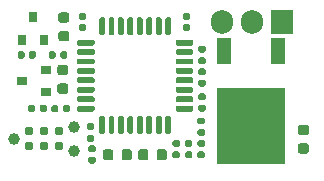
<source format=gts>
G04 #@! TF.GenerationSoftware,KiCad,Pcbnew,(6.0.8)*
G04 #@! TF.CreationDate,2022-11-09T14:30:19+03:00*
G04 #@! TF.ProjectId,hellen1-wbo,68656c6c-656e-4312-9d77-626f2e6b6963,0.3*
G04 #@! TF.SameCoordinates,PX4a19ba0PY5aa5910*
G04 #@! TF.FileFunction,Soldermask,Top*
G04 #@! TF.FilePolarity,Negative*
%FSLAX46Y46*%
G04 Gerber Fmt 4.6, Leading zero omitted, Abs format (unit mm)*
G04 Created by KiCad (PCBNEW (6.0.8)) date 2022-11-09 14:30:19*
%MOMM*%
%LPD*%
G01*
G04 APERTURE LIST*
%ADD10R,0.900000X0.800000*%
%ADD11R,1.200000X2.200000*%
%ADD12C,1.300000*%
%ADD13R,5.800000X6.400000*%
%ADD14R,0.800000X0.900000*%
%ADD15C,0.990600*%
%ADD16C,0.787400*%
%ADD17R,1.905000X2.000000*%
%ADD18O,1.905000X2.000000*%
G04 APERTURE END LIST*
G04 #@! TO.C,C612*
G36*
G01*
X17172500Y9070000D02*
X16827500Y9070000D01*
G75*
G02*
X16680000Y9217500I0J147500D01*
G01*
X16680000Y9512500D01*
G75*
G02*
X16827500Y9660000I147500J0D01*
G01*
X17172500Y9660000D01*
G75*
G02*
X17320000Y9512500I0J-147500D01*
G01*
X17320000Y9217500D01*
G75*
G02*
X17172500Y9070000I-147500J0D01*
G01*
G37*
G36*
G01*
X17172500Y10040000D02*
X16827500Y10040000D01*
G75*
G02*
X16680000Y10187500I0J147500D01*
G01*
X16680000Y10482500D01*
G75*
G02*
X16827500Y10630000I147500J0D01*
G01*
X17172500Y10630000D01*
G75*
G02*
X17320000Y10482500I0J-147500D01*
G01*
X17320000Y10187500D01*
G75*
G02*
X17172500Y10040000I-147500J0D01*
G01*
G37*
G04 #@! TD*
G04 #@! TO.C,C613*
G36*
G01*
X2295000Y5152500D02*
X2295000Y5497500D01*
G75*
G02*
X2442500Y5645000I147500J0D01*
G01*
X2737500Y5645000D01*
G75*
G02*
X2885000Y5497500I0J-147500D01*
G01*
X2885000Y5152500D01*
G75*
G02*
X2737500Y5005000I-147500J0D01*
G01*
X2442500Y5005000D01*
G75*
G02*
X2295000Y5152500I0J147500D01*
G01*
G37*
G36*
G01*
X3265000Y5152500D02*
X3265000Y5497500D01*
G75*
G02*
X3412500Y5645000I147500J0D01*
G01*
X3707500Y5645000D01*
G75*
G02*
X3855000Y5497500I0J-147500D01*
G01*
X3855000Y5152500D01*
G75*
G02*
X3707500Y5005000I-147500J0D01*
G01*
X3412500Y5005000D01*
G75*
G02*
X3265000Y5152500I0J147500D01*
G01*
G37*
G04 #@! TD*
G04 #@! TO.C,C616*
G36*
G01*
X4968750Y9012500D02*
X5481250Y9012500D01*
G75*
G02*
X5700000Y8793750I0J-218750D01*
G01*
X5700000Y8356250D01*
G75*
G02*
X5481250Y8137500I-218750J0D01*
G01*
X4968750Y8137500D01*
G75*
G02*
X4750000Y8356250I0J218750D01*
G01*
X4750000Y8793750D01*
G75*
G02*
X4968750Y9012500I218750J0D01*
G01*
G37*
G36*
G01*
X4968750Y7437500D02*
X5481250Y7437500D01*
G75*
G02*
X5700000Y7218750I0J-218750D01*
G01*
X5700000Y6781250D01*
G75*
G02*
X5481250Y6562500I-218750J0D01*
G01*
X4968750Y6562500D01*
G75*
G02*
X4750000Y6781250I0J218750D01*
G01*
X4750000Y7218750D01*
G75*
G02*
X4968750Y7437500I218750J0D01*
G01*
G37*
G04 #@! TD*
G04 #@! TO.C,R601*
G36*
G01*
X16777500Y2655000D02*
X17122500Y2655000D01*
G75*
G02*
X17270000Y2507500I0J-147500D01*
G01*
X17270000Y2212500D01*
G75*
G02*
X17122500Y2065000I-147500J0D01*
G01*
X16777500Y2065000D01*
G75*
G02*
X16630000Y2212500I0J147500D01*
G01*
X16630000Y2507500D01*
G75*
G02*
X16777500Y2655000I147500J0D01*
G01*
G37*
G36*
G01*
X16777500Y1685000D02*
X17122500Y1685000D01*
G75*
G02*
X17270000Y1537500I0J-147500D01*
G01*
X17270000Y1242500D01*
G75*
G02*
X17122500Y1095000I-147500J0D01*
G01*
X16777500Y1095000D01*
G75*
G02*
X16630000Y1242500I0J147500D01*
G01*
X16630000Y1537500D01*
G75*
G02*
X16777500Y1685000I147500J0D01*
G01*
G37*
G04 #@! TD*
D10*
G04 #@! TO.C,U604*
X3775000Y6675000D03*
X3775000Y8575000D03*
X1775000Y7625000D03*
G04 #@! TD*
G04 #@! TO.C,C600*
G36*
G01*
X15715000Y2655000D02*
X16060000Y2655000D01*
G75*
G02*
X16207500Y2507500I0J-147500D01*
G01*
X16207500Y2212500D01*
G75*
G02*
X16060000Y2065000I-147500J0D01*
G01*
X15715000Y2065000D01*
G75*
G02*
X15567500Y2212500I0J147500D01*
G01*
X15567500Y2507500D01*
G75*
G02*
X15715000Y2655000I147500J0D01*
G01*
G37*
G36*
G01*
X15715000Y1685000D02*
X16060000Y1685000D01*
G75*
G02*
X16207500Y1537500I0J-147500D01*
G01*
X16207500Y1242500D01*
G75*
G02*
X16060000Y1095000I-147500J0D01*
G01*
X15715000Y1095000D01*
G75*
G02*
X15567500Y1242500I0J147500D01*
G01*
X15567500Y1537500D01*
G75*
G02*
X15715000Y1685000I147500J0D01*
G01*
G37*
G04 #@! TD*
G04 #@! TO.C,C611*
G36*
G01*
X16827500Y8730000D02*
X17172500Y8730000D01*
G75*
G02*
X17320000Y8582500I0J-147500D01*
G01*
X17320000Y8287500D01*
G75*
G02*
X17172500Y8140000I-147500J0D01*
G01*
X16827500Y8140000D01*
G75*
G02*
X16680000Y8287500I0J147500D01*
G01*
X16680000Y8582500D01*
G75*
G02*
X16827500Y8730000I147500J0D01*
G01*
G37*
G36*
G01*
X16827500Y7760000D02*
X17172500Y7760000D01*
G75*
G02*
X17320000Y7612500I0J-147500D01*
G01*
X17320000Y7317500D01*
G75*
G02*
X17172500Y7170000I-147500J0D01*
G01*
X16827500Y7170000D01*
G75*
G02*
X16680000Y7317500I0J147500D01*
G01*
X16680000Y7612500D01*
G75*
G02*
X16827500Y7760000I147500J0D01*
G01*
G37*
G04 #@! TD*
G04 #@! TO.C,R617*
G36*
G01*
X15872500Y11845000D02*
X15527500Y11845000D01*
G75*
G02*
X15380000Y11992500I0J147500D01*
G01*
X15380000Y12287500D01*
G75*
G02*
X15527500Y12435000I147500J0D01*
G01*
X15872500Y12435000D01*
G75*
G02*
X16020000Y12287500I0J-147500D01*
G01*
X16020000Y11992500D01*
G75*
G02*
X15872500Y11845000I-147500J0D01*
G01*
G37*
G36*
G01*
X15872500Y12815000D02*
X15527500Y12815000D01*
G75*
G02*
X15380000Y12962500I0J147500D01*
G01*
X15380000Y13257500D01*
G75*
G02*
X15527500Y13405000I147500J0D01*
G01*
X15872500Y13405000D01*
G75*
G02*
X16020000Y13257500I0J-147500D01*
G01*
X16020000Y12962500D01*
G75*
G02*
X15872500Y12815000I-147500J0D01*
G01*
G37*
G04 #@! TD*
G04 #@! TO.C,C614*
G36*
G01*
X17172500Y5045000D02*
X16827500Y5045000D01*
G75*
G02*
X16680000Y5192500I0J147500D01*
G01*
X16680000Y5487500D01*
G75*
G02*
X16827500Y5635000I147500J0D01*
G01*
X17172500Y5635000D01*
G75*
G02*
X17320000Y5487500I0J-147500D01*
G01*
X17320000Y5192500D01*
G75*
G02*
X17172500Y5045000I-147500J0D01*
G01*
G37*
G36*
G01*
X17172500Y6015000D02*
X16827500Y6015000D01*
G75*
G02*
X16680000Y6162500I0J147500D01*
G01*
X16680000Y6457500D01*
G75*
G02*
X16827500Y6605000I147500J0D01*
G01*
X17172500Y6605000D01*
G75*
G02*
X17320000Y6457500I0J-147500D01*
G01*
X17320000Y6162500D01*
G75*
G02*
X17172500Y6015000I-147500J0D01*
G01*
G37*
G04 #@! TD*
G04 #@! TO.C,C615*
G36*
G01*
X7072500Y11845000D02*
X6727500Y11845000D01*
G75*
G02*
X6580000Y11992500I0J147500D01*
G01*
X6580000Y12287500D01*
G75*
G02*
X6727500Y12435000I147500J0D01*
G01*
X7072500Y12435000D01*
G75*
G02*
X7220000Y12287500I0J-147500D01*
G01*
X7220000Y11992500D01*
G75*
G02*
X7072500Y11845000I-147500J0D01*
G01*
G37*
G36*
G01*
X7072500Y12815000D02*
X6727500Y12815000D01*
G75*
G02*
X6580000Y12962500I0J147500D01*
G01*
X6580000Y13257500D01*
G75*
G02*
X6727500Y13405000I147500J0D01*
G01*
X7072500Y13405000D01*
G75*
G02*
X7220000Y13257500I0J-147500D01*
G01*
X7220000Y12962500D01*
G75*
G02*
X7072500Y12815000I-147500J0D01*
G01*
G37*
G04 #@! TD*
D11*
G04 #@! TO.C,Q600*
X23440000Y10150000D03*
D12*
X23160000Y2950000D03*
X21160000Y5950000D03*
X19160000Y2950000D03*
D13*
X21160000Y3850000D03*
D11*
X18880000Y10150000D03*
G04 #@! TD*
G04 #@! TO.C,R625*
G36*
G01*
X4270000Y5127500D02*
X4270000Y5472500D01*
G75*
G02*
X4417500Y5620000I147500J0D01*
G01*
X4712500Y5620000D01*
G75*
G02*
X4860000Y5472500I0J-147500D01*
G01*
X4860000Y5127500D01*
G75*
G02*
X4712500Y4980000I-147500J0D01*
G01*
X4417500Y4980000D01*
G75*
G02*
X4270000Y5127500I0J147500D01*
G01*
G37*
G36*
G01*
X5240000Y5127500D02*
X5240000Y5472500D01*
G75*
G02*
X5387500Y5620000I147500J0D01*
G01*
X5682500Y5620000D01*
G75*
G02*
X5830000Y5472500I0J-147500D01*
G01*
X5830000Y5127500D01*
G75*
G02*
X5682500Y4980000I-147500J0D01*
G01*
X5387500Y4980000D01*
G75*
G02*
X5240000Y5127500I0J147500D01*
G01*
G37*
G04 #@! TD*
G04 #@! TO.C,D601*
G36*
G01*
X14050000Y1656250D02*
X14050000Y1143750D01*
G75*
G02*
X13831250Y925000I-218750J0D01*
G01*
X13393750Y925000D01*
G75*
G02*
X13175000Y1143750I0J218750D01*
G01*
X13175000Y1656250D01*
G75*
G02*
X13393750Y1875000I218750J0D01*
G01*
X13831250Y1875000D01*
G75*
G02*
X14050000Y1656250I0J-218750D01*
G01*
G37*
G36*
G01*
X12475000Y1656250D02*
X12475000Y1143750D01*
G75*
G02*
X12256250Y925000I-218750J0D01*
G01*
X11818750Y925000D01*
G75*
G02*
X11600000Y1143750I0J218750D01*
G01*
X11600000Y1656250D01*
G75*
G02*
X11818750Y1875000I218750J0D01*
G01*
X12256250Y1875000D01*
G75*
G02*
X12475000Y1656250I0J-218750D01*
G01*
G37*
G04 #@! TD*
G04 #@! TO.C,R626*
G36*
G01*
X14652500Y2655000D02*
X14997500Y2655000D01*
G75*
G02*
X15145000Y2507500I0J-147500D01*
G01*
X15145000Y2212500D01*
G75*
G02*
X14997500Y2065000I-147500J0D01*
G01*
X14652500Y2065000D01*
G75*
G02*
X14505000Y2212500I0J147500D01*
G01*
X14505000Y2507500D01*
G75*
G02*
X14652500Y2655000I147500J0D01*
G01*
G37*
G36*
G01*
X14652500Y1685000D02*
X14997500Y1685000D01*
G75*
G02*
X15145000Y1537500I0J-147500D01*
G01*
X15145000Y1242500D01*
G75*
G02*
X14997500Y1095000I-147500J0D01*
G01*
X14652500Y1095000D01*
G75*
G02*
X14505000Y1242500I0J147500D01*
G01*
X14505000Y1537500D01*
G75*
G02*
X14652500Y1685000I147500J0D01*
G01*
G37*
G04 #@! TD*
G04 #@! TO.C,D600*
G36*
G01*
X25856250Y1500000D02*
X25343750Y1500000D01*
G75*
G02*
X25125000Y1718750I0J218750D01*
G01*
X25125000Y2156250D01*
G75*
G02*
X25343750Y2375000I218750J0D01*
G01*
X25856250Y2375000D01*
G75*
G02*
X26075000Y2156250I0J-218750D01*
G01*
X26075000Y1718750D01*
G75*
G02*
X25856250Y1500000I-218750J0D01*
G01*
G37*
G36*
G01*
X25856250Y3075000D02*
X25343750Y3075000D01*
G75*
G02*
X25125000Y3293750I0J218750D01*
G01*
X25125000Y3731250D01*
G75*
G02*
X25343750Y3950000I218750J0D01*
G01*
X25856250Y3950000D01*
G75*
G02*
X26075000Y3731250I0J-218750D01*
G01*
X26075000Y3293750D01*
G75*
G02*
X25856250Y3075000I-218750J0D01*
G01*
G37*
G04 #@! TD*
G04 #@! TO.C,D602*
G36*
G01*
X8625000Y1143750D02*
X8625000Y1656250D01*
G75*
G02*
X8843750Y1875000I218750J0D01*
G01*
X9281250Y1875000D01*
G75*
G02*
X9500000Y1656250I0J-218750D01*
G01*
X9500000Y1143750D01*
G75*
G02*
X9281250Y925000I-218750J0D01*
G01*
X8843750Y925000D01*
G75*
G02*
X8625000Y1143750I0J218750D01*
G01*
G37*
G36*
G01*
X10200000Y1143750D02*
X10200000Y1656250D01*
G75*
G02*
X10418750Y1875000I218750J0D01*
G01*
X10856250Y1875000D01*
G75*
G02*
X11075000Y1656250I0J-218750D01*
G01*
X11075000Y1143750D01*
G75*
G02*
X10856250Y925000I-218750J0D01*
G01*
X10418750Y925000D01*
G75*
G02*
X10200000Y1143750I0J218750D01*
G01*
G37*
G04 #@! TD*
G04 #@! TO.C,R627*
G36*
G01*
X7527500Y2205000D02*
X7872500Y2205000D01*
G75*
G02*
X8020000Y2057500I0J-147500D01*
G01*
X8020000Y1762500D01*
G75*
G02*
X7872500Y1615000I-147500J0D01*
G01*
X7527500Y1615000D01*
G75*
G02*
X7380000Y1762500I0J147500D01*
G01*
X7380000Y2057500D01*
G75*
G02*
X7527500Y2205000I147500J0D01*
G01*
G37*
G36*
G01*
X7527500Y1235000D02*
X7872500Y1235000D01*
G75*
G02*
X8020000Y1087500I0J-147500D01*
G01*
X8020000Y792500D01*
G75*
G02*
X7872500Y645000I-147500J0D01*
G01*
X7527500Y645000D01*
G75*
G02*
X7380000Y792500I0J147500D01*
G01*
X7380000Y1087500D01*
G75*
G02*
X7527500Y1235000I147500J0D01*
G01*
G37*
G04 #@! TD*
G04 #@! TO.C,U602*
G36*
G01*
X16275000Y5425000D02*
X16275000Y5175000D01*
G75*
G02*
X16150000Y5050000I-125000J0D01*
G01*
X14900000Y5050000D01*
G75*
G02*
X14775000Y5175000I0J125000D01*
G01*
X14775000Y5425000D01*
G75*
G02*
X14900000Y5550000I125000J0D01*
G01*
X16150000Y5550000D01*
G75*
G02*
X16275000Y5425000I0J-125000D01*
G01*
G37*
G36*
G01*
X16275000Y6225000D02*
X16275000Y5975000D01*
G75*
G02*
X16150000Y5850000I-125000J0D01*
G01*
X14900000Y5850000D01*
G75*
G02*
X14775000Y5975000I0J125000D01*
G01*
X14775000Y6225000D01*
G75*
G02*
X14900000Y6350000I125000J0D01*
G01*
X16150000Y6350000D01*
G75*
G02*
X16275000Y6225000I0J-125000D01*
G01*
G37*
G36*
G01*
X16275000Y7025000D02*
X16275000Y6775000D01*
G75*
G02*
X16150000Y6650000I-125000J0D01*
G01*
X14900000Y6650000D01*
G75*
G02*
X14775000Y6775000I0J125000D01*
G01*
X14775000Y7025000D01*
G75*
G02*
X14900000Y7150000I125000J0D01*
G01*
X16150000Y7150000D01*
G75*
G02*
X16275000Y7025000I0J-125000D01*
G01*
G37*
G36*
G01*
X16275000Y7825000D02*
X16275000Y7575000D01*
G75*
G02*
X16150000Y7450000I-125000J0D01*
G01*
X14900000Y7450000D01*
G75*
G02*
X14775000Y7575000I0J125000D01*
G01*
X14775000Y7825000D01*
G75*
G02*
X14900000Y7950000I125000J0D01*
G01*
X16150000Y7950000D01*
G75*
G02*
X16275000Y7825000I0J-125000D01*
G01*
G37*
G36*
G01*
X16275000Y8625000D02*
X16275000Y8375000D01*
G75*
G02*
X16150000Y8250000I-125000J0D01*
G01*
X14900000Y8250000D01*
G75*
G02*
X14775000Y8375000I0J125000D01*
G01*
X14775000Y8625000D01*
G75*
G02*
X14900000Y8750000I125000J0D01*
G01*
X16150000Y8750000D01*
G75*
G02*
X16275000Y8625000I0J-125000D01*
G01*
G37*
G36*
G01*
X16275000Y9425000D02*
X16275000Y9175000D01*
G75*
G02*
X16150000Y9050000I-125000J0D01*
G01*
X14900000Y9050000D01*
G75*
G02*
X14775000Y9175000I0J125000D01*
G01*
X14775000Y9425000D01*
G75*
G02*
X14900000Y9550000I125000J0D01*
G01*
X16150000Y9550000D01*
G75*
G02*
X16275000Y9425000I0J-125000D01*
G01*
G37*
G36*
G01*
X16275000Y10225000D02*
X16275000Y9975000D01*
G75*
G02*
X16150000Y9850000I-125000J0D01*
G01*
X14900000Y9850000D01*
G75*
G02*
X14775000Y9975000I0J125000D01*
G01*
X14775000Y10225000D01*
G75*
G02*
X14900000Y10350000I125000J0D01*
G01*
X16150000Y10350000D01*
G75*
G02*
X16275000Y10225000I0J-125000D01*
G01*
G37*
G36*
G01*
X16275000Y11025000D02*
X16275000Y10775000D01*
G75*
G02*
X16150000Y10650000I-125000J0D01*
G01*
X14900000Y10650000D01*
G75*
G02*
X14775000Y10775000I0J125000D01*
G01*
X14775000Y11025000D01*
G75*
G02*
X14900000Y11150000I125000J0D01*
G01*
X16150000Y11150000D01*
G75*
G02*
X16275000Y11025000I0J-125000D01*
G01*
G37*
G36*
G01*
X14400000Y12900000D02*
X14400000Y11650000D01*
G75*
G02*
X14275000Y11525000I-125000J0D01*
G01*
X14025000Y11525000D01*
G75*
G02*
X13900000Y11650000I0J125000D01*
G01*
X13900000Y12900000D01*
G75*
G02*
X14025000Y13025000I125000J0D01*
G01*
X14275000Y13025000D01*
G75*
G02*
X14400000Y12900000I0J-125000D01*
G01*
G37*
G36*
G01*
X13600000Y12900000D02*
X13600000Y11650000D01*
G75*
G02*
X13475000Y11525000I-125000J0D01*
G01*
X13225000Y11525000D01*
G75*
G02*
X13100000Y11650000I0J125000D01*
G01*
X13100000Y12900000D01*
G75*
G02*
X13225000Y13025000I125000J0D01*
G01*
X13475000Y13025000D01*
G75*
G02*
X13600000Y12900000I0J-125000D01*
G01*
G37*
G36*
G01*
X12800000Y12900000D02*
X12800000Y11650000D01*
G75*
G02*
X12675000Y11525000I-125000J0D01*
G01*
X12425000Y11525000D01*
G75*
G02*
X12300000Y11650000I0J125000D01*
G01*
X12300000Y12900000D01*
G75*
G02*
X12425000Y13025000I125000J0D01*
G01*
X12675000Y13025000D01*
G75*
G02*
X12800000Y12900000I0J-125000D01*
G01*
G37*
G36*
G01*
X12000000Y12900000D02*
X12000000Y11650000D01*
G75*
G02*
X11875000Y11525000I-125000J0D01*
G01*
X11625000Y11525000D01*
G75*
G02*
X11500000Y11650000I0J125000D01*
G01*
X11500000Y12900000D01*
G75*
G02*
X11625000Y13025000I125000J0D01*
G01*
X11875000Y13025000D01*
G75*
G02*
X12000000Y12900000I0J-125000D01*
G01*
G37*
G36*
G01*
X11200000Y12900000D02*
X11200000Y11650000D01*
G75*
G02*
X11075000Y11525000I-125000J0D01*
G01*
X10825000Y11525000D01*
G75*
G02*
X10700000Y11650000I0J125000D01*
G01*
X10700000Y12900000D01*
G75*
G02*
X10825000Y13025000I125000J0D01*
G01*
X11075000Y13025000D01*
G75*
G02*
X11200000Y12900000I0J-125000D01*
G01*
G37*
G36*
G01*
X10400000Y12900000D02*
X10400000Y11650000D01*
G75*
G02*
X10275000Y11525000I-125000J0D01*
G01*
X10025000Y11525000D01*
G75*
G02*
X9900000Y11650000I0J125000D01*
G01*
X9900000Y12900000D01*
G75*
G02*
X10025000Y13025000I125000J0D01*
G01*
X10275000Y13025000D01*
G75*
G02*
X10400000Y12900000I0J-125000D01*
G01*
G37*
G36*
G01*
X9600000Y12900000D02*
X9600000Y11650000D01*
G75*
G02*
X9475000Y11525000I-125000J0D01*
G01*
X9225000Y11525000D01*
G75*
G02*
X9100000Y11650000I0J125000D01*
G01*
X9100000Y12900000D01*
G75*
G02*
X9225000Y13025000I125000J0D01*
G01*
X9475000Y13025000D01*
G75*
G02*
X9600000Y12900000I0J-125000D01*
G01*
G37*
G36*
G01*
X8800000Y12900000D02*
X8800000Y11650000D01*
G75*
G02*
X8675000Y11525000I-125000J0D01*
G01*
X8425000Y11525000D01*
G75*
G02*
X8300000Y11650000I0J125000D01*
G01*
X8300000Y12900000D01*
G75*
G02*
X8425000Y13025000I125000J0D01*
G01*
X8675000Y13025000D01*
G75*
G02*
X8800000Y12900000I0J-125000D01*
G01*
G37*
G36*
G01*
X7925000Y11025000D02*
X7925000Y10775000D01*
G75*
G02*
X7800000Y10650000I-125000J0D01*
G01*
X6550000Y10650000D01*
G75*
G02*
X6425000Y10775000I0J125000D01*
G01*
X6425000Y11025000D01*
G75*
G02*
X6550000Y11150000I125000J0D01*
G01*
X7800000Y11150000D01*
G75*
G02*
X7925000Y11025000I0J-125000D01*
G01*
G37*
G36*
G01*
X7925000Y10225000D02*
X7925000Y9975000D01*
G75*
G02*
X7800000Y9850000I-125000J0D01*
G01*
X6550000Y9850000D01*
G75*
G02*
X6425000Y9975000I0J125000D01*
G01*
X6425000Y10225000D01*
G75*
G02*
X6550000Y10350000I125000J0D01*
G01*
X7800000Y10350000D01*
G75*
G02*
X7925000Y10225000I0J-125000D01*
G01*
G37*
G36*
G01*
X7925000Y9425000D02*
X7925000Y9175000D01*
G75*
G02*
X7800000Y9050000I-125000J0D01*
G01*
X6550000Y9050000D01*
G75*
G02*
X6425000Y9175000I0J125000D01*
G01*
X6425000Y9425000D01*
G75*
G02*
X6550000Y9550000I125000J0D01*
G01*
X7800000Y9550000D01*
G75*
G02*
X7925000Y9425000I0J-125000D01*
G01*
G37*
G36*
G01*
X7925000Y8625000D02*
X7925000Y8375000D01*
G75*
G02*
X7800000Y8250000I-125000J0D01*
G01*
X6550000Y8250000D01*
G75*
G02*
X6425000Y8375000I0J125000D01*
G01*
X6425000Y8625000D01*
G75*
G02*
X6550000Y8750000I125000J0D01*
G01*
X7800000Y8750000D01*
G75*
G02*
X7925000Y8625000I0J-125000D01*
G01*
G37*
G36*
G01*
X7925000Y7825000D02*
X7925000Y7575000D01*
G75*
G02*
X7800000Y7450000I-125000J0D01*
G01*
X6550000Y7450000D01*
G75*
G02*
X6425000Y7575000I0J125000D01*
G01*
X6425000Y7825000D01*
G75*
G02*
X6550000Y7950000I125000J0D01*
G01*
X7800000Y7950000D01*
G75*
G02*
X7925000Y7825000I0J-125000D01*
G01*
G37*
G36*
G01*
X7925000Y7025000D02*
X7925000Y6775000D01*
G75*
G02*
X7800000Y6650000I-125000J0D01*
G01*
X6550000Y6650000D01*
G75*
G02*
X6425000Y6775000I0J125000D01*
G01*
X6425000Y7025000D01*
G75*
G02*
X6550000Y7150000I125000J0D01*
G01*
X7800000Y7150000D01*
G75*
G02*
X7925000Y7025000I0J-125000D01*
G01*
G37*
G36*
G01*
X7925000Y6225000D02*
X7925000Y5975000D01*
G75*
G02*
X7800000Y5850000I-125000J0D01*
G01*
X6550000Y5850000D01*
G75*
G02*
X6425000Y5975000I0J125000D01*
G01*
X6425000Y6225000D01*
G75*
G02*
X6550000Y6350000I125000J0D01*
G01*
X7800000Y6350000D01*
G75*
G02*
X7925000Y6225000I0J-125000D01*
G01*
G37*
G36*
G01*
X7925000Y5425000D02*
X7925000Y5175000D01*
G75*
G02*
X7800000Y5050000I-125000J0D01*
G01*
X6550000Y5050000D01*
G75*
G02*
X6425000Y5175000I0J125000D01*
G01*
X6425000Y5425000D01*
G75*
G02*
X6550000Y5550000I125000J0D01*
G01*
X7800000Y5550000D01*
G75*
G02*
X7925000Y5425000I0J-125000D01*
G01*
G37*
G36*
G01*
X8800000Y4550000D02*
X8800000Y3300000D01*
G75*
G02*
X8675000Y3175000I-125000J0D01*
G01*
X8425000Y3175000D01*
G75*
G02*
X8300000Y3300000I0J125000D01*
G01*
X8300000Y4550000D01*
G75*
G02*
X8425000Y4675000I125000J0D01*
G01*
X8675000Y4675000D01*
G75*
G02*
X8800000Y4550000I0J-125000D01*
G01*
G37*
G36*
G01*
X9600000Y4550000D02*
X9600000Y3300000D01*
G75*
G02*
X9475000Y3175000I-125000J0D01*
G01*
X9225000Y3175000D01*
G75*
G02*
X9100000Y3300000I0J125000D01*
G01*
X9100000Y4550000D01*
G75*
G02*
X9225000Y4675000I125000J0D01*
G01*
X9475000Y4675000D01*
G75*
G02*
X9600000Y4550000I0J-125000D01*
G01*
G37*
G36*
G01*
X10400000Y4550000D02*
X10400000Y3300000D01*
G75*
G02*
X10275000Y3175000I-125000J0D01*
G01*
X10025000Y3175000D01*
G75*
G02*
X9900000Y3300000I0J125000D01*
G01*
X9900000Y4550000D01*
G75*
G02*
X10025000Y4675000I125000J0D01*
G01*
X10275000Y4675000D01*
G75*
G02*
X10400000Y4550000I0J-125000D01*
G01*
G37*
G36*
G01*
X11200000Y4550000D02*
X11200000Y3300000D01*
G75*
G02*
X11075000Y3175000I-125000J0D01*
G01*
X10825000Y3175000D01*
G75*
G02*
X10700000Y3300000I0J125000D01*
G01*
X10700000Y4550000D01*
G75*
G02*
X10825000Y4675000I125000J0D01*
G01*
X11075000Y4675000D01*
G75*
G02*
X11200000Y4550000I0J-125000D01*
G01*
G37*
G36*
G01*
X12000000Y4550000D02*
X12000000Y3300000D01*
G75*
G02*
X11875000Y3175000I-125000J0D01*
G01*
X11625000Y3175000D01*
G75*
G02*
X11500000Y3300000I0J125000D01*
G01*
X11500000Y4550000D01*
G75*
G02*
X11625000Y4675000I125000J0D01*
G01*
X11875000Y4675000D01*
G75*
G02*
X12000000Y4550000I0J-125000D01*
G01*
G37*
G36*
G01*
X12800000Y4550000D02*
X12800000Y3300000D01*
G75*
G02*
X12675000Y3175000I-125000J0D01*
G01*
X12425000Y3175000D01*
G75*
G02*
X12300000Y3300000I0J125000D01*
G01*
X12300000Y4550000D01*
G75*
G02*
X12425000Y4675000I125000J0D01*
G01*
X12675000Y4675000D01*
G75*
G02*
X12800000Y4550000I0J-125000D01*
G01*
G37*
G36*
G01*
X13600000Y4550000D02*
X13600000Y3300000D01*
G75*
G02*
X13475000Y3175000I-125000J0D01*
G01*
X13225000Y3175000D01*
G75*
G02*
X13100000Y3300000I0J125000D01*
G01*
X13100000Y4550000D01*
G75*
G02*
X13225000Y4675000I125000J0D01*
G01*
X13475000Y4675000D01*
G75*
G02*
X13600000Y4550000I0J-125000D01*
G01*
G37*
G36*
G01*
X14400000Y4550000D02*
X14400000Y3300000D01*
G75*
G02*
X14275000Y3175000I-125000J0D01*
G01*
X14025000Y3175000D01*
G75*
G02*
X13900000Y3300000I0J125000D01*
G01*
X13900000Y4550000D01*
G75*
G02*
X14025000Y4675000I125000J0D01*
G01*
X14275000Y4675000D01*
G75*
G02*
X14400000Y4550000I0J-125000D01*
G01*
G37*
G04 #@! TD*
G04 #@! TO.C,R628*
G36*
G01*
X5605000Y10022500D02*
X5605000Y9677500D01*
G75*
G02*
X5457500Y9530000I-147500J0D01*
G01*
X5162500Y9530000D01*
G75*
G02*
X5015000Y9677500I0J147500D01*
G01*
X5015000Y10022500D01*
G75*
G02*
X5162500Y10170000I147500J0D01*
G01*
X5457500Y10170000D01*
G75*
G02*
X5605000Y10022500I0J-147500D01*
G01*
G37*
G36*
G01*
X4635000Y10022500D02*
X4635000Y9677500D01*
G75*
G02*
X4487500Y9530000I-147500J0D01*
G01*
X4192500Y9530000D01*
G75*
G02*
X4045000Y9677500I0J147500D01*
G01*
X4045000Y10022500D01*
G75*
G02*
X4192500Y10170000I147500J0D01*
G01*
X4487500Y10170000D01*
G75*
G02*
X4635000Y10022500I0J-147500D01*
G01*
G37*
G04 #@! TD*
G04 #@! TO.C,C609*
G36*
G01*
X7402500Y4080000D02*
X7747500Y4080000D01*
G75*
G02*
X7895000Y3932500I0J-147500D01*
G01*
X7895000Y3637500D01*
G75*
G02*
X7747500Y3490000I-147500J0D01*
G01*
X7402500Y3490000D01*
G75*
G02*
X7255000Y3637500I0J147500D01*
G01*
X7255000Y3932500D01*
G75*
G02*
X7402500Y4080000I147500J0D01*
G01*
G37*
G36*
G01*
X7402500Y3110000D02*
X7747500Y3110000D01*
G75*
G02*
X7895000Y2962500I0J-147500D01*
G01*
X7895000Y2667500D01*
G75*
G02*
X7747500Y2520000I-147500J0D01*
G01*
X7402500Y2520000D01*
G75*
G02*
X7255000Y2667500I0J147500D01*
G01*
X7255000Y2962500D01*
G75*
G02*
X7402500Y3110000I147500J0D01*
G01*
G37*
G04 #@! TD*
G04 #@! TO.C,C610*
G36*
G01*
X1397000Y9677500D02*
X1397000Y10022500D01*
G75*
G02*
X1544500Y10170000I147500J0D01*
G01*
X1839500Y10170000D01*
G75*
G02*
X1987000Y10022500I0J-147500D01*
G01*
X1987000Y9677500D01*
G75*
G02*
X1839500Y9530000I-147500J0D01*
G01*
X1544500Y9530000D01*
G75*
G02*
X1397000Y9677500I0J147500D01*
G01*
G37*
G36*
G01*
X2367000Y9677500D02*
X2367000Y10022500D01*
G75*
G02*
X2514500Y10170000I147500J0D01*
G01*
X2809500Y10170000D01*
G75*
G02*
X2957000Y10022500I0J-147500D01*
G01*
X2957000Y9677500D01*
G75*
G02*
X2809500Y9530000I-147500J0D01*
G01*
X2514500Y9530000D01*
G75*
G02*
X2367000Y9677500I0J147500D01*
G01*
G37*
G04 #@! TD*
D14*
G04 #@! TO.C,U603*
X1775000Y11100000D03*
X3675000Y11100000D03*
X2725000Y13100000D03*
G04 #@! TD*
G04 #@! TO.C,R600*
G36*
G01*
X16777500Y4555000D02*
X17122500Y4555000D01*
G75*
G02*
X17270000Y4407500I0J-147500D01*
G01*
X17270000Y4112500D01*
G75*
G02*
X17122500Y3965000I-147500J0D01*
G01*
X16777500Y3965000D01*
G75*
G02*
X16630000Y4112500I0J147500D01*
G01*
X16630000Y4407500D01*
G75*
G02*
X16777500Y4555000I147500J0D01*
G01*
G37*
G36*
G01*
X16777500Y3585000D02*
X17122500Y3585000D01*
G75*
G02*
X17270000Y3437500I0J-147500D01*
G01*
X17270000Y3142500D01*
G75*
G02*
X17122500Y2995000I-147500J0D01*
G01*
X16777500Y2995000D01*
G75*
G02*
X16630000Y3142500I0J147500D01*
G01*
X16630000Y3437500D01*
G75*
G02*
X16777500Y3585000I147500J0D01*
G01*
G37*
G04 #@! TD*
G04 #@! TO.C,D603*
G36*
G01*
X5061300Y13455000D02*
X5573800Y13455000D01*
G75*
G02*
X5792550Y13236250I0J-218750D01*
G01*
X5792550Y12798750D01*
G75*
G02*
X5573800Y12580000I-218750J0D01*
G01*
X5061300Y12580000D01*
G75*
G02*
X4842550Y12798750I0J218750D01*
G01*
X4842550Y13236250D01*
G75*
G02*
X5061300Y13455000I218750J0D01*
G01*
G37*
G36*
G01*
X5061300Y11880000D02*
X5573800Y11880000D01*
G75*
G02*
X5792550Y11661250I0J-218750D01*
G01*
X5792550Y11223750D01*
G75*
G02*
X5573800Y11005000I-218750J0D01*
G01*
X5061300Y11005000D01*
G75*
G02*
X4842550Y11223750I0J218750D01*
G01*
X4842550Y11661250D01*
G75*
G02*
X5061300Y11880000I218750J0D01*
G01*
G37*
G04 #@! TD*
D15*
G04 #@! TO.C,J600*
X1060000Y2750000D03*
X6140000Y1734000D03*
X6140000Y3766000D03*
D16*
X2330000Y2115000D03*
X2330000Y3385000D03*
X3600000Y2115000D03*
X3600000Y3385000D03*
X4870000Y2115000D03*
X4870000Y3385000D03*
G04 #@! TD*
D17*
G04 #@! TO.C,Q601*
X23790000Y12625000D03*
D18*
X21250000Y12625000D03*
X18710000Y12625000D03*
G04 #@! TD*
M02*

</source>
